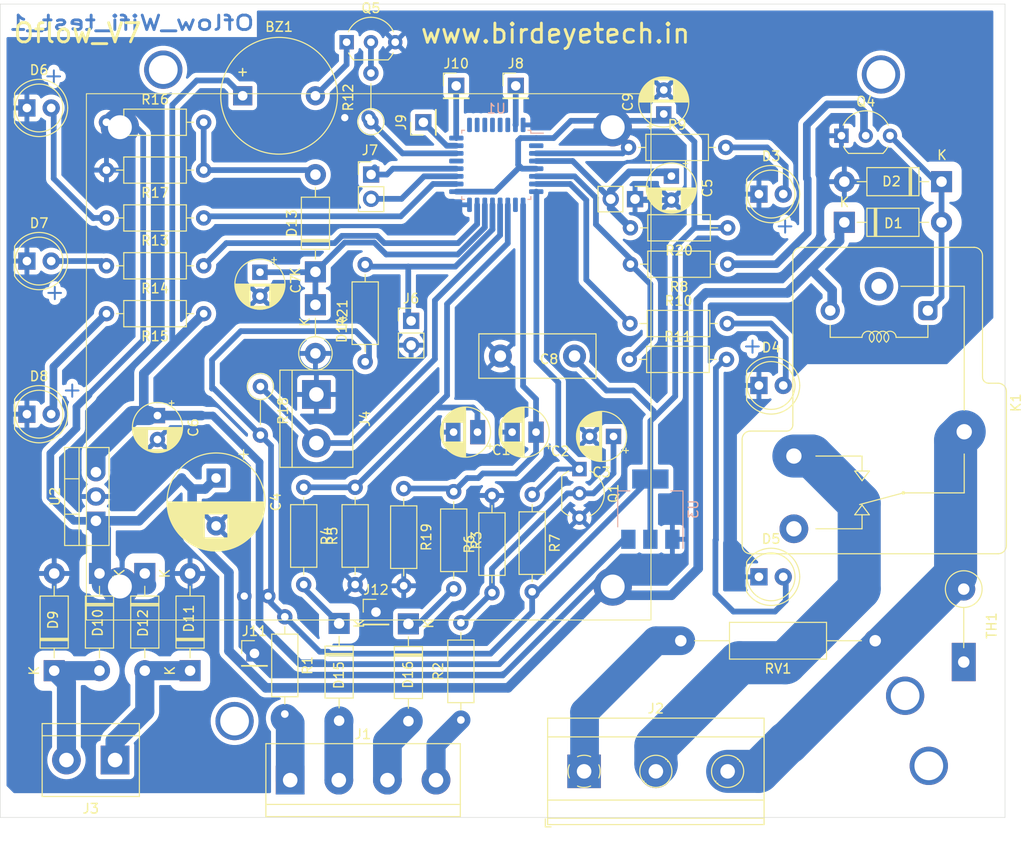
<source format=kicad_pcb>
(kicad_pcb (version 20221018) (generator pcbnew)
  (layers (0 "F.Cu" signal) (31 "B.Cu" signal) (34 "B.Paste" user) (35 "F.Paste" user) (36 "B.SilkS" user "B.Silkscreen") (37 "F.SilkS" user "F.Silkscreen") (38 "B.Mask" user) (39 "F.Mask" user) (44 "Edge.Cuts" user))
  (net 0 "")
  (net 1 "GND")
  (net 2 "+12V")
  (net 3 "L")
  (net 5 "Net-(BZ1-+)")
  (net 6 "Net-(Q1-B)")
  (net 7 "rst")
  (net 8 "Net-(D1-A)")
  (net 9 "Net-(D10-A)")
  (net 10 "Net-(D11-K)")
  (net 11 "Net-(D13-A)")
  (net 12 "N")
  (net 13 "+5V")
  (net 14 "Net-(D15-K)")
  (net 15 "Net-(D15-A)")
  (net 17 "+3V3")
  (net 18 "G14")
  (net 19 "G15")
  (net 20 "G2")
  (net 21 "G0")
  (net 22 "G4")
  (net 23 "G5")
  (net 24 "rx")
  (net 25 "tx")
  (net 26 "Net-(D16-K)")
  (net 27 "G32")
  (net 28 "G22")
  (net 29 "G17")
  (net 30 "G33")
  (net 31 "G27")
  (net 32 "G25")
  (net 33 "Net-(D16-A)")
  (net 34 "Net-(J1-Pin_1)")
  (net 35 "Net-(J1-Pin_4)")
  (net 36 "Net-(J2-Pin_2)")
  (net 37 "Net-(Q4-B)")
  (net 38 "Net-(D3-A)")
  (net 39 "Net-(D4-A)")
  (net 40 "Net-(D5-A)")
  (net 41 "Net-(Q5-B)")
  (net 42 "Net-(D6-A)")
  (net 43 "Net-(D7-A)")
  (net 45 "Net-(J9-Pin_1)")
  (net 46 "Net-(J10-Pin_1)")
  (net 47 "Net-(J8-Pin_1)")
  (net 56 "Net-(D8-A)")
  (footprint "Capacitor_THT:CP_Radial_D5.0mm_P2.50mm" (layer "F.Cu") (at 93.055113 86.35 180)
    (fp_text reference "C2")
    (fp_text value "10uF")
  )
  (footprint "Package_TO_SOT_THT:TO-92_Inline_Wide" (layer "F.Cu") (at 73.26 45.6)
    (fp_text reference "Q5")
    (fp_text value "BC547")
  )
  (footprint "TerminalBlock:TerminalBlock_bornier-4_P5.08mm" (layer "F.Cu") (at 67.3616 122.71724)
    (fp_text reference "J1")
    (fp_text value "Conn_01x04")
  )
  (footprint "Capacitor_THT:CP_Radial_D10.0mm_P5.00mm" (layer "F.Cu") (at 59.61634 91.1479 -90)
    (fp_text reference "C4")
    (fp_text value "1000uF")
  )
  (footprint "Capacitor_THT:CP_Radial_D5.0mm_P2.50mm" (layer "F.Cu") (at 53.4924 84.6201 -90)
    (fp_text reference "C6")
    (fp_text value "0.1uF")
  )
  (footprint "Diode_THT:D_DO-41_SOD81_P10.16mm_Horizontal" (layer "F.Cu") (at 42.7 111.28 90)
    (fp_text reference "D9")
    (fp_text value "1N4007")
  )
  (footprint "Diode_THT:D_DO-41_SOD81_P10.16mm_Horizontal" (layer "F.Cu") (at 47.433333 101.12 -90)
    (fp_text reference "D10")
    (fp_text value "1N4007")
  )
  (footprint "Diode_THT:D_DO-41_SOD81_P10.16mm_Horizontal" (layer "F.Cu") (at 56.9 111.28 90)
    (fp_text reference "D11")
    (fp_text value "1N4007")
  )
  (footprint "Diode_THT:D_DO-41_SOD81_P10.16mm_Horizontal" (layer "F.Cu") (at 52.166666 101.12 -90)
    (fp_text reference "D12")
    (fp_text value "1N4007")
  )
  (footprint "TerminalBlock:TerminalBlock_bornier-2_P5.08mm" (layer "F.Cu") (at 49.0616 120.61724 180)
    (fp_text reference "J3")
    (fp_text value "Conn_01x02")
  )
  (footprint "Package_TO_SOT_THT:TO-220-3_Vertical" (layer "F.Cu") (at 47.0616 95.61724 90)
    (fp_text reference "U2")
    (fp_text value "L7805")
  )
  (footprint "TerminalBlock:TerminalBlock_bornier-2_P5.08mm" (layer "F.Cu") (at 70.1 82.41 -90)
    (fp_text reference "J4")
    (fp_text value "Conn_01x02")
  )
  (footprint "TerminalBlock_MetzConnect:TerminalBlock_MetzConnect_Type175_RT02703HBLC_1x03_P7.50mm_Horizontal" (layer "F.Cu") (at 98.075 121.8)
    (fp_text reference "J2")
    (fp_text value "Conn_01x03")
  )
  (footprint "Buzzer_Beeper:Buzzer_12x9.5RM7.6" (layer "F.Cu") (at 62.4 51.2)
    (fp_text reference "BZ1")
    (fp_text value "Buzzer 5V")
  )
  (footprint "LED_THT:LED_D5.0mm_Clear" (layer "F.Cu") (at 116.34862 61.47424)
    (fp_text reference "D3")
    (fp_text value "LED_RED")
  )
  (footprint "LED_THT:LED_D5.0mm_Clear" (layer "F.Cu") (at 116.34862 81.47424)
    (fp_text reference "D4")
    (fp_text value "LED_RED")
  )
  (footprint "LED_THT:LED_D5.0mm_Clear" (layer "F.Cu") (at 116.34862 101.47424)
    (fp_text reference "D5")
    (fp_text value "LED")
  )
  (footprint "LED_THT:LED_D5.0mm_Clear" (layer "F.Cu") (at 39.84862 52.47424)
    (fp_text reference "D6")
    (fp_text value "LED")
  )
  (footprint "LED_THT:LED_D5.0mm_Clear" (layer "F.Cu") (at 39.84862 68.47424)
    (fp_text reference "D7")
    (fp_text value "LED")
  )
  (footprint "LED_THT:LED_D5.0mm_Clear" (layer "F.Cu") (at 39.84862 84.47424)
    (fp_text reference "D8")
    (fp_text value "LED")
  )
  (footprint "Resistor_THT:R_Axial_DIN0207_L6.3mm_D2.5mm_P10.16mm_Horizontal" (layer "F.Cu") (at 102.72 56.6)
    (fp_text reference "R9")
    (fp_text value "330R")
  )
  (footprint "Resistor_THT:R_Axial_DIN0207_L6.3mm_D2.5mm_P10.16mm_Horizontal" (layer "F.Cu") (at 102.87 75)
    (fp_text reference "R10")
    (fp_text value "330R")
  )
  (footprint "Resistor_THT:R_Axial_DIN0207_L6.3mm_D2.5mm_P10.16mm_Horizontal" (layer "F.Cu") (at 58.3216 63.96724 180)
    (fp_text reference "R13")
    (fp_text value "330R")
  )
  (footprint "Resistor_THT:R_Axial_DIN0207_L6.3mm_D2.5mm_P10.16mm_Horizontal" (layer "F.Cu") (at 58.3216 68.96724 180)
    (fp_text reference "R14")
    (fp_text value "330R")
  )
  (footprint "Resistor_THT:R_Axial_DIN0207_L6.3mm_D2.5mm_P10.16mm_Horizontal" (layer "F.Cu") (at 58.3216 73.96724 180)
    (fp_text reference "R15")
    (fp_text value "330R")
  )
  (footprint "Capacitor_THT:CP_Radial_D5.0mm_P2.50mm" (layer "F.Cu") (at 64.2 69.639774 -90)
    (fp_text reference "C7")
    (fp_text value "10uF")
  )
  (footprint "Diode_THT:D_DO-41_SOD81_P10.16mm_Horizontal" (layer "F.Cu") (at 70 69.6 90)
    (fp_text reference "D13")
    (fp_text value "1N4007")
  )
  (footprint "Diode_THT:D_DO-41_SOD81_P5.08mm_Vertical_KathodeUp" (layer "F.Cu") (at 70 73.042183 -90)
    (fp_text reference "D14")
    (fp_text value "D_Zener")
  )
  (footprint "Resistor_THT:R_Axial_DIN0207_L6.3mm_D2.5mm_P10.16mm_Horizontal" (layer "F.Cu") (at 48.1616 53.96724)
    (fp_text reference "R16")
    (fp_text value "330R")
  )
  (footprint "Resistor_THT:R_Axial_DIN0207_L6.3mm_D2.5mm_P10.16mm_Horizontal" (layer "F.Cu") (at 58.3216 58.96724 180)
    (fp_text reference "R17")
    (fp_text value "330R")
  )
  (footprint "Capacitor_THT:C_Disc_D12.0mm_W4.4mm_P7.75mm" (layer "F.Cu") (at 97.075 78.4 180)
    (fp_text reference "C8")
    (fp_text value "104")
  )
  (footprint "Resistor_THT:R_Axial_DIN0207_L6.3mm_D2.5mm_P5.08mm_Vertical" (layer "F.Cu") (at 64.25 81.585 -90)
    (fp_text reference "R18")
    (fp_text value "10k")
  )
  (footprint "Diode_THT:D_DO-41_SOD81_P10.16mm_Horizontal" (layer "F.Cu") (at 125.27 64.425)
    (fp_text reference "D1")
    (fp_text value "1N4007")
  )
  (footprint "Diode_THT:D_DO-41_SOD81_P10.16mm_Horizontal" (layer "F.Cu") (at 135.43 60.175 180)
    (fp_text reference "D2")
    (fp_text value "1N4007")
  )
  (footprint "Relay_THT:Relay_SPDT_RAYEX-L90" (layer "F.Cu") (at 128.9 71.11 -90)
    (fp_text reference "K1")
    (fp_text value "RAYEX-L90")
  )
  (footprint "Resistor_THT:R_Axial_DIN0207_L6.3mm_D2.5mm_P10.16mm_Horizontal" (layer "F.Cu") (at 88.45 103.13 90)
    (fp_text reference "R6")
    (fp_text value "330K")
  )
  (footprint "Resistor_THT:R_Axial_DIN0207_L6.3mm_D2.5mm_P10.16mm_Horizontal" (layer "F.Cu") (at 79.225 92.245 -90)
    (fp_text reference "R19")
    (fp_text value "10K")
  )
  (footprint "Capacitor_THT:CP_Radial_D5.0mm_P2.50mm" (layer "F.Cu") (at 86.935226 86.35 180)
    (fp_text reference "C1")
    (fp_text value "10uF")
  )
  (footprint "Resistor_THT:R_Axial_DIN0207_L6.3mm_D2.5mm_P10.16mm_Horizontal" (layer "F.Cu") (at 102.8 78.75)
    (fp_text reference "R11")
    (fp_text value "330R")
  )
  (footprint "Resistor_THT:R_Axial_DIN0207_L6.3mm_D2.5mm_P10.16mm_Horizontal" (layer "F.Cu") (at 113.08 68.8 180)
    (fp_text reference "R8")
    (fp_text value "10k")
  )
  (footprint "Diode_THT:D_DO-41_SOD81_P10.16mm_Horizontal" (layer "F.Cu") (at 79.71611 106.39 -90)
    (fp_text reference "D16")
    (fp_text value "1N4007")
  )
  (footprint "Resistor_THT:R_Axial_DIN0207_L6.3mm_D2.5mm_P10.16mm_Horizontal" (layer "F.Cu") (at 92.65 92.87 -90)
    (fp_text reference "R7")
    (fp_text value "10k")
  )
  (footprint "Connector_PinHeader_2.54mm:PinHeader_1x02_P2.54mm_Vertical" (layer "F.Cu") (at 103.4 62 -90)
    (fp_text reference "J5")
    (fp_text value "Conn_01x02")
  )
  (footprint "Resistor_THT:R_Axial_DIN0207_L6.3mm_D2.5mm_P10.16mm_Horizontal" (layer "F.Cu") (at 66.8 105.65 -90)
    (fp_text reference "R1")
    (fp_text value "330R")
  )
  (footprint "Capacitor_THT:CP_Radial_D5.0mm_P2.50mm" (layer "F.Cu") (at 107.2 59.594888 -90)
    (fp_text reference "C5")
    (fp_text value "C")
  )
  (footprint "Resistor_THT:R_Axial_DIN0207_L6.3mm_D2.5mm_P10.16mm_Horizontal" (layer "F.Cu") (at 68.775 92.12 -90)
    (fp_text reference "R4")
    (fp_text value "330R")
  )
  (footprint "Resistor_THT:R_Axial_DIN0207_L6.3mm_D2.5mm_P10.16mm_Horizontal" (layer "F.Cu") (at 113.08 65 180)
    (fp_text reference "R20")
    (fp_text value "R")
  )
  (footprint "Connector_PinHeader_2.54mm:PinHeader_1x02_P2.54mm_Vertical" (layer "F.Cu") (at 75.819 59.431)
    (fp_text reference "J7")
    (fp_text value "Conn_01x02")
  )
  (footprint "Connector_PinHeader_2.54mm:PinHeader_1x01_P2.54mm_Vertical" (layer "F.Cu") (at 81.28 53.975 90)
    (fp_text reference "J9")
    (fp_text value "Conn_01x01_Pin")
  )
  (footprint "Mylib:a7670c gsm" (layer "F.Cu") (at 49.565 102.486)
    (fp_text reference "U4")
    (fp_text value "~")
  )
  (footprint "Connector_PinHeader_2.54mm:PinHeader_1x02_P2.54mm_Vertical" (layer "F.Cu") (at 80 74.725)
    (fp_text reference "J6")
    (fp_text value "Conn_01x02")
  )
  (footprint "Resistor_THT:R_Axial_DIN0411_L9.9mm_D3.6mm_P7.62mm_Vertical" (layer "F.Cu") (at 137.75 102.755 -90)
    (fp_text reference "TH1")
    (fp_text value "Thermistor_NTC")
  )
  (footprint "Capacitor_THT:CP_Radial_D5.0mm_P2.50mm" (layer "F.Cu") (at 106.4 53.1 90)
    (fp_text reference "C9")
    (fp_text value "C")
  )
  (footprint "Resistor_THT:R_Axial_DIN0207_L6.3mm_D2.5mm_P10.16mm_Horizontal" (layer "F.Cu") (at 85.2 116.43 90)
    (fp_text reference "R2")
    (fp_text value "330R")
  )
  (footprint "Diode_THT:D_DO-41_SOD81_P10.16mm_Horizontal" (layer "F.Cu") (at 72.475 106.345 -90)
    (fp_text reference "D15")
    (fp_text value "1N4007")
  )
  (footprint "Resistor_THT:R_Axial_DIN0207_L6.3mm_D2.5mm_P10.16mm_Horizontal" (layer "F.Cu") (at 74.15 102.28 90)
    (fp_text reference "R5")
    (fp_text value "10K")
  )
  (footprint "Connector_PinHeader_2.54mm:PinHeader_1x01_P2.54mm_Vertical" (layer "F.Cu") (at 90.932 50.165)
    (fp_text reference "J8")
    (fp_text value "Conn_01x01_Pin")
  )
  (footprint "Connector_PinHeader_2.54mm:PinHeader_1x01_P2.54mm_Vertical" (layer "F.Cu") (at 63.627 109.474)
    (fp_text reference "J11")
    (fp_text value "Conn_01x01_Pin")
  )
  (footprint "Resistor_THT:R_Axial_DIN0207_L6.3mm_D2.5mm_P10.16mm_Horizontal" (layer "F.Cu") (at 75.2 79 90)
    (fp_text reference "R21")
    (fp_text value "R")
  )
  (footprint "Capacitor_THT:CP_Radial_D5.0mm_P2.50mm" (layer "F.Cu") (at 101.15 86.8 180)
    (fp_text reference "C3")
    (fp_text value "10uF")
  )
  (footprint "Resistor_THT:R_Axial_DIN0207_L6.3mm_D2.5mm_P10.16mm_Horizontal" (layer "F.Cu") (at 84.45 92.57 -90)
    (fp_text reference "R3")
    (fp_text value "330R")
  )
  (footprint "Resistor_THT:R_Axial_DIN0411_L9.9mm_D3.6mm_P20.32mm_Horizontal" (layer "F.Cu") (at 128.5 108.15 180)
    (fp_text reference "RV1")
    (fp_text value "Varistor")
  )
  (footprint "Connector_PinHeader_2.54mm:PinHeader_1x01_P2.54mm_Vertical" (layer "F.Cu") (at 76.327 105.156)
    (fp_text reference "J12")
    (fp_text value "Conn_01x01_Pin")
  )
  (footprint "Package_TO_SOT_THT:TO-92_Inline_Wide" (layer "F.Cu") (at 97.59 90.21 -90)
    (fp_text reference "Q1")
    (fp_text value "BC547")
  )
  (footprint "Resistor_THT:R_Axial_DIN0207_L6.3mm_D2.5mm_P5.08mm_Vertical" (layer "F.Cu") (at 75.8 53.915 90)
    (fp_text reference "R12")
    (fp_text value "10K")
  )
  (footprint "Package_TO_SOT_THT:TO-92_Inline_Wide" (layer "F.Cu") (at 124.968 55.372)
    (fp_text reference "Q4")
    (fp_text value "2N2219")
  )
  (footprint "Connector_PinHeader_2.54mm:PinHeader_1x01_P2.54mm_Vertical" (layer "F.Cu") (at 84.709 50.165)
    (fp_text reference "J10")
    (fp_text value "Conn_01x01_Pin")
  )
  (footprint "Package_QFP:LQFP-32_7x7mm_P0.8mm" (layer "B.Cu") (at 88.9 58.42 180)
    (fp_text reference "U1")
    (fp_text value "STM32F030K6Tx")
  )
  (footprint "Package_TO_SOT_SMD:SOT-223-3_TabPin2" (layer "B.Cu") (at 105 94.4 90)
    (fp_text reference "U3")
    (fp_text value "LM1117-3.3")
  )
  (gr_line (start 115.675 76.775) (end 115.675 78.05) (stroke (width 0.2)) (layer "B.Cu"))
  (gr_line (start 43.9125 82) (end 45.2375 82) (stroke (width 0.2)) (layer "B.Cu"))
  (gr_line (start 115 77.4) (end 116.325 77.4) (stroke (width 0.2)) (layer "B.Cu"))
  (gr_line (start 119.0875 64.225) (end 119.0875 65.5) (stroke (width 0.2)) (layer "B.Cu"))
  (gr_line (start 118.4125 64.85) (end 119.7375 64.85) (stroke (width 0.2)) (layer "B.Cu"))
  (gr_line (start 42.7625 71.175) (end 42.7625 72.45) (stroke (width 0.2)) (layer "B.Cu"))
  (gr_line (start 42.6625 48.55) (end 42.6625 49.825) (stroke (width 0.2)) (layer "B.Cu"))
  (gr_line (start 44.5875 81.375) (end 44.5875 82.65) (stroke (width 0.2)) (layer "B.Cu"))
  (gr_line (start 42.0875 71.8) (end 43.4125 71.8) (stroke (width 0.2)) (layer "B.Cu"))
  (gr_line (start 41.9875 49.175) (end 43.3125 49.175) (stroke (width 0.2)) (layer "B.Cu"))
  (gr_line locked (start 142.0616 41.61724) (end 142.0616 126.61724) (stroke (width 0.05)) (layer "Edge.Cuts"))
  (gr_line (start 37.0616 41.61724) (end 142.0616 41.61724) (stroke (width 0.05)) (layer "Edge.Cuts"))
  (gr_line locked (start 37.0616 126.61724) (end 142.0616 126.61724) (stroke (width 0.05)) (layer "Edge.Cuts"))
  (gr_line locked (start 37.0616 126.61724) (end 37.0616 41.61724) (stroke (width 0.05)) (layer "Edge.Cuts"))
  (gr_text "Oflow_Wifi_test_1\n\n" (at 50.8 44.8) (layer "B.Cu") (effects (font (size 1.5 2) (thickness 0.3)) (justify mirror)))
  (gr_text "www.birdeyetech.in\n" (at 95.0866 44.69224) (layer "F.SilkS") (effects (font (size 2 2) (thickness 0.3))))
  (gr_text "Oflow_V7\n" (at 45.15 44.65) (layer "F.SilkS") (effects (font (size 2 2) (thickness 0.3))))
  (via locked (at 134.09862 121.22424) (size 4) (drill 3) (layers "F.Cu" "B.Cu") (net 0))
  (via locked (at 61.55098 116.54534) (size 4) (drill 3) (layers "F.Cu" "B.Cu") (net 0))
  (via locked (at 131.625 113.9) (size 4) (drill 3) (layers "F.Cu" "B.Cu") (net 0))
  (via (at 129.09862 48.97424) (size 4) (drill 3) (layers "F.Cu" "B.Cu") (net 0))
  (via (at 54.09862 48.47424) (size 4) (drill 3) (layers "F.Cu" "B.Cu") (net 0))
  (segment (start 103.494888 62.094888) (end 103.4 62) (width 0.6) (layer "B.Cu") (net 1))
  (segment (start 107.2 62.094888) (end 103.494888 62.094888) (width 0.6) (layer "B.Cu") (net 1))
  (segment (start 110 72.6) (end 110.8 71.8) (width 1) (layer "B.Cu") (net 2))
  (segment (start 57.116829 97.183232) (end 60.96 101.026403) (width 1) (layer "B.Cu") (net 2))
  (segment (start 42.3 88.57884) (end 43.50508 87.37376) (width 0.8) (layer "B.Cu") (net 2))
  (segment (start 42.3 93.15564) (end 42.3 88.57884) (width 0.8) (layer "B.Cu") (net 2))
  (segment (start 47.0616 95.61724) (end 44.7616 95.61724) (width 0.8) (layer "B.Cu") (net 2))
  (segment (start 52 55.2) (end 52 76.735887) (width 0.6) (layer "B.Cu") (net 2))
  (segment (start 44.7616 95.61724) (end 42.3 93.15564) (width 0.8) (layer "B.Cu") (net 2))
  (segment (start 52 76.735887) (end 46.29702 82.438867) (width 0.6) (layer "B.Cu") (net 2))
  (segment (start 45.025 83.710887) (end 46.29702 82.438867) (width 0.8) (layer "B.Cu") (net 2))
  (segment (start 51.5616 95.61724) (end 56.0366 91.14224) (width 1) (layer "B.Cu") (net 2))
  (segment (start 64.815 113.075) (end 90.125 113.075) (width 1) (layer "B.Cu") (net 2))
  (segment (start 47.0616 95.61724) (end 51.5616 95.61724) (width 1) (layer "B.Cu") (net 2))
  (segment (start 45.025 85.949872) (end 45.025 83.710887) (width 0.8) (layer "B.Cu") (net 2))
  (segment (start 55.9866 91.16724) (end 57.116829 92.297469) (width 1) (layer "B.Cu") (net 2))
  (segment (start 119.325 71.8) (end 121.8 69.325) (width 1) (layer "B.Cu") (net 2))
  (segment (start 57.116829 92.297469) (end 57.116829 97.183232) (width 1) (layer "B.Cu") (net 2))
  (segment (start 110 100.6) (end 110 72.6) (width 1) (layer "B.Cu") (net 2))
  (segment (start 107.2 103.4) (end 110 100.6) (width 1) (layer "B.Cu") (net 2))
  (segment (start 99.8 103.4) (end 107.2 103.4) (width 1) (layer "B.Cu") (net 2))
  (segment (start 58.466771 92.297469) (end 59.61634 91.1479) (width 1) (layer "B.Cu") (net 2))
  (segment (start 43.50508 87.37376) (end 43.601112 87.37376) (width 0.8) (layer "B.Cu") (net 2))
  (segment (start 90.125 113.075) (end 99.8 103.4) (width 1) (layer "B.Cu") (net 2))
  (segment (start 121.8 69.325) (end 124.77 66.355) (width 1) (layer "B.Cu") (net 2))
  (segment (start 124.000489 73.449511) (end 123.8 73.65) (width 1) (layer "B.Cu") (net 2))
  (segment (start 47.633333 96.548493) (end 47.0616 95.97676) (width 2) (layer "B.Cu") (net 2))
  (segment (start 124.77 66.355) (end 124.77 64.375) (width 1) (layer "B.Cu") (net 2))
  (segment (start 124.000489 71.525489) (end 124.000489 73.449511) (width 1) (layer "B.Cu") (net 2))
  (segment (start 60.96 101.026403) (end 60.96 109.22) (width 1) (layer "B.Cu") (net 2))
  (segment (start 47.633333 102.32) (end 52.366666 102.32) (width 2) (layer "B.Cu") (net 2))
  (segment (start 121.8 69.325) (end 124.000489 71.525489) (width 1) (layer "B.Cu") (net 2))
  (segment (start 60.96 109.22) (end 64.815 113.075) (width 1) (layer "B.Cu") (net 2))
  (segment (start 47.633333 102.32) (end 47.633333 96.548493) (width 2) (layer "B.Cu") (net 2))
  (segment (start 50.76724 53.96724) (end 52 55.2) (width 0.6) (layer "B.Cu") (net 2))
  (segment (start 48.1616 53.96724) (end 50.76724 53.96724) (width 0.6) (layer "B.Cu") (net 2))
  (segment (start 43.601112 87.37376) (end 45.025 85.949872) (width 0.8) (layer "B.Cu") (net 2))
  (segment (start 57.116829 92.297469) (end 58.466771 92.297469) (width 1) (layer "B.Cu") (net 2))
  (segment (start 110.8 71.8) (end 119.325 71.8) (width 1) (layer "B.Cu") (net 2))
  (segment locked (start 119.3875 118.8) (end 119.3 118.8) (width 4.5) (layer "B.Cu") (net 3))
  (segment locked (start 136.9 101.2875) (end 119.3875 118.8) (width 4.5) (layer "B.Cu") (net 3))
  (segment (start 137.8 86.31) (end 136.9 87.21) (width 4.5) (layer "B.Cu") (net 3))
  (segment locked (start 119.3 118.8) (end 116.3 121.8) (width 4.5) (layer "B.Cu") (net 3))
  (segment (start 136.9 87.21) (end 136.9 101.2875) (width 4.5) (layer "B.Cu") (net 3))
  (segment locked (start 116.3 121.8) (end 113.075 121.8) (width 4.5) (layer "B.Cu") (net 3))
  (segment (start 73.26 47.94) (end 70 51.2) (width 0.6) (layer "B.Cu") (net 5))
  (segment (start 73.26 45.6) (end 73.26 47.94) (width 0.6) (layer "B.Cu") (net 5))
  (segment (start 85.2 106.27) (end 85.31 106.27) (width 0.6) (layer "B.Cu") (net 6))
  (segment (start 101.15 90.65) (end 101.15 86.8) (width 0.6) (layer "B.Cu") (net 6))
  (segment (start 97.59 92.75) (end 99.05 92.75) (width 0.6) (layer "B.Cu") (net 6))
  (segment (start 88.45 103.13) (end 88.45 100.630978) (width 0.6) (layer "B.Cu") (net 6))
  (segment (start 88.45 100.630978) (end 96.330978 92.75) (width 0.6) (layer "B.Cu") (net 6))
  (segment (start 96.330978 92.75) (end 97.59 92.75) (width 0.6) (layer "B.Cu") (net 6))
  (segment (start 85.31 106.27) (end 88.45 103.13) (width 0.6) (layer "B.Cu") (net 6))
  (segment (start 99.05 92.75) (end 101.15 90.65) (width 0.6) (layer "B.Cu") (net 6))
  (segment (start 100.86 62) (end 100.86 62.94) (width 0.8) (layer "B.Cu") (net 7))
  (segment (start 100.86 61.14) (end 102.8 59.2) (width 0.8) (layer "B.Cu") (net 7))
  (segment (start 102.8 59.2) (end 106.805112 59.2) (width 0.8) (layer "B.Cu") (net 7))
  (segment (start 106.805112 59.2) (end 107.2 59.594888) (width 0.8) (layer "B.Cu") (net 7))
  (segment (start 100.86 62.94) (end 102.92 65) (width 0.8) (layer "B.Cu") (net 7))
  (segment (start 93.075 58.02) (end 96.88 58.02) (width 0.6) (layer "B.Cu") (net 7))
  (segment (start 100.86 62) (end 100.86 61.14) (width 0.8) (layer "B.Cu") (net 7))
  (segment (start 96.88 58.02) (end 100.86 62) (width 0.6) (layer "B.Cu") (net 7))
  (segment (start 130.048 55.372) (end 134.851 60.175) (width 0.6) (layer "B.Cu") (net 8))
  (segment (start 135.43 72.22) (end 134 73.65) (width 0.6) (layer "B.Cu") (net 8))
  (segment (start 134.851 60.175) (end 135.43 60.175) (width 0.6) (layer "B.Cu") (net 8))
  (segment (start 135.43 60.175) (end 135.43 64.425) (width 0.6) (layer "B.Cu") (net 8))
  (segment (start 135.43 64.425) (end 135.43 72.22) (width 0.6) (layer "B.Cu") (net 8))
  (segment locked (start 47.433333 111.28) (end 42.7 111.28) (width 2) (layer "B.Cu") (net 9))
  (segment locked (start 43.9816 112.5616) (end 42.7 111.28) (width 2) (layer "B.Cu") (net 9))
  (segment locked (start 43.9816 120.61724) (end 43.9816 112.5616) (width 2) (layer "B.Cu") (net 9))
  (segment locked (start 49.0616 118.6384) (end 52.166666 115.533334) (width 2) (layer "B.Cu") (net 10))
  (segment locked (start 49.0616 120.61724) (end 49.0616 118.6384) (width 2) (layer "B.Cu") (net 10))
  (segment locked (start 52.166666 111.28) (end 56.9 111.28) (width 2) (layer "B.Cu") (net 10))
  (segment locked (start 52.166666 115.533334) (end 52.166666 111.28) (width 2) (layer "B.Cu") (net 10))
  (segment (start 58.3216 58.96724) (end 69.52724 58.96724) (width 0.6) (layer "B.Cu") (net 11))
  (segment (start 58.3216 53.96724) (end 58.3216 58.96724) (width 0.6) (layer "B.Cu") (net 11))
  (segment (start 69.52724 58.96724) (end 70 59.44) (width 0.6) (layer "B.Cu") (net 11))
  (segment locked (start 98.125 121.05) (end 98.125 115.6) (width 3) (layer "B.Cu") (net 12))
  (segment locked (start 98.125 115.6) (end 105.575 108.15) (width 3) (layer "B.Cu") (net 12))
  (segment locked (start 105.575 108.15) (end 108.18 108.15) (width 3) (layer "B.Cu") (net 12))
  (segment (start 55.04442 77.24442) (end 58.3216 73.96724) (width 1) (layer "B.Cu") (net 13))
  (segment (start 58.11724 84.61724) (end 59.27724 84.61724) (width 0.8) (layer "B.Cu") (net 13))
  (segment (start 55.04442 52.15558) (end 55.04442 77.24442) (width 0.6) (layer "B.Cu") (net 13))
  (segment (start 89.2 110.6) (end 102.25 97.55) (width 0.6) (layer "B.Cu") (net 13))
  (segment (start 52.0616 80.22724) (end 55.04442 77.24442) (width 1) (layer "B.Cu") (net 13))
  (segment (start 70.925 110.6) (end 89.2 110.6) (width 0.6) (layer "B.Cu") (net 13))
  (segment (start 50.920798 84.61724) (end 52.5616 84.61724) (width 2) (layer "B.Cu") (net 13))
  (segment (start 68.35 110.5) (end 70.825 110.5) (width 0.8) (layer "B.Cu") (net 13))
  (segment (start 64.15952 89.49952) (end 64.15952 106.30952) (width 0.8) (layer "B.Cu") (net 13))
  (segment (start 47.0616 88.476438) (end 50.920798 84.61724) (width 2) (layer "B.Cu") (net 13))
  (segment (start 60.8 49.6) (end 57.6 49.6) (width 0.6) (layer "B.Cu") (net 13))
  (segment (start 47.0616 90.11724) (end 47.0616 88.476438) (width 2) (layer "B.Cu") (net 13))
  (segment (start 62.4 51.2) (end 60.8 49.6) (width 0.6) (layer "B.Cu") (net 13))
  (segment (start 70.825 110.5) (end 70.925 110.6) (width 0.6) (layer "B.Cu") (net 13))
  (segment (start 102.25 97.55) (end 102.7 97.55) (width 0.6) (layer "B.Cu") (net 13))
  (segment (start 64.15952 106.30952) (end 68.35 110.5) (width 0.8) (layer "B.Cu") (net 13))
  (segment (start 51.5616 84.61724) (end 58.11724 84.61724) (width 1) (layer "B.Cu") (net 13))
  (segment (start 52.0616 84.61724) (end 52.0616 80.22724) (width 1) (layer "B.Cu") (net 13))
  (segment (start 59.27724 84.61724) (end 64.15952 89.49952) (width 0.8) (layer "B.Cu") (net 13))
  (segment (start 57.6 49.6) (end 55.04442 52.15558) (width 0.6) (layer "B.Cu") (net 13))
  (segment (start 68.775 102.28) (end 68.775 102.645) (width 0.6) (layer "B.Cu") (net 14))
  (segment (start 68.775 102.645) (end 72.475 106.345) (width 0.6) (layer "B.Cu") (net 14))
  (segment locked (start 72.4416 116.5384) (end 72.475 116.505) (width 3) (layer "B.Cu") (net 15))
  (segment locked (start 72.4416 122.71724) (end 72.4416 116.5384) (width 3) (layer "B.Cu") (net 15))
  (segment (start 105.345 84.145) (end 105.345 84.855) (width 0.6) (layer "B.Cu") (net 17))
  (segment (start 62.2 75.8) (end 74.2 75.8) (width 0.6) (layer "B.Cu") (net 17))
  (segment (start 91.186 58.42) (end 91.3765 58.6105) (width 0.6) (layer "B.Cu") (net 17))
  (segment (start 107.6 67) (end 107.6 82.6) (width 0.6) (layer "B.Cu") (net 17))
  (segment (start 109.6 56) (end 109.6 65) (width 0.6) (layer "B.Cu") (net 17))
  (segment (start 105 91.25) (end 105 97.55) (width 0.6) (layer "B.Cu") (net 17))
  (segment (start 109.6 65) (end 107.6 67) (width 0.6) (layer "B.Cu") (net 17))
  (segment (start 74.2 75.8) (end 75.6 77.2) (width 0.6) (layer "B.Cu") (net 17))
  (segment (start 59.2 81.8) (end 59.2 78.8) (width 0.6) (layer "B.Cu") (net 17))
  (segment (start 103.2 82) (end 105.345 84.145) (width 0.6) (layer "B.Cu") (net 17))
  (segment (start 93.075 55.62) (end 91.446 55.62) (width 0.6) (layer "B.Cu") (net 17))
  (segment (start 96.7 53.815) (end 107.415 53.815) (width 0.6) (layer "B.Cu") (net 17))
  (segment (start 96.7 53.815) (end 94.895 55.62) (width 0.6) (layer "B.Cu") (net 17))
  (segment (start 92.65 103.03) (end 93.17 103.03) (width 0.6) (layer "B.Cu") (net 17))
  (segment (start 91.3765 58.6105) (end 91.586 58.82) (width 0.6) (layer "B.Cu") (net 17))
  (segment (start 97.075 78.66) (end 100.415 82) (width 0.6) (layer "B.Cu") (net 17))
  (segment (start 94.895 55.62) (end 93.075 55.62) (width 0.6) (layer "B.Cu") (net 17))
  (segment (start 70.45048 109.30048) (end 71.321857 109.30048) (width 0.6) (layer "B.Cu") (net 17))
  (segment (start 92.65 105.15) (end 92.65 103.03) (width 0.6) (layer "B.Cu") (net 17))
  (segment (start 107.6 82.6) (end 105.345 84.855) (width 0.6) (layer "B.Cu") (net 17))
  (segment (start 97.075 78.4) (end 97.075 78.66) (width 0.6) (layer "B.Cu") (net 17))
  (segment (start 91.446 55.62) (end 91.186 55.88) (width 0.6) (layer "B.Cu") (net 17))
  (segment (start 113.08 65) (end 109.6 65) (width 0.6) (layer "B.Cu") (net 17))
  (segment (start 91.586 58.82) (end 93.075 58.82) (width 0.6) (layer "B.Cu") (net 17))
  (segment (start 107.415 53.815) (end 109.6 56) (width 0.6) (layer "B.Cu") (net 17))
  (segment (start 64.25 86.665) (end 65.35904 87.77404) (width 0.6) (layer "B.Cu") (net 17))
  (segment (start 91.186 55.88) (end 91.186 58.42) (width 0.6) (layer "B.Cu") (net 17))
  (segment (start 66.8 105.65) (end 70.45048 109.30048) (width 0.6) (layer "B.Cu") (net 17))
  (segment (start 105.345 84.855) (end 105 85.2) (width 0.6) (layer "B.Cu") (net 17))
  (segment (start 88.29952 109.50048) (end 92.65 105.15) (width 0.6) (layer "B.Cu") (net 17))
  (segment (start 65.35904 104.20904) (end 66.8 105.65) (width 0.6) (layer "B.Cu") (net 17))
  (segment (start 88.767 61.22) (end 91.3765 58.6105) (width 0.6) (layer "B.Cu") (net 17))
  (segment (start 64.25 86.665) (end 59.385 81.8) (width 0.6) (layer "B.Cu") (net 17))
  (segment (start 100.415 82) (end 103.2 82) (width 0.6) (layer "B.Cu") (net 17))
  (segment (start 71.521857 109.50048) (end 88.29952 109.50048) (width 0.6) (layer "B.Cu") (net 17))
  (segment (start 59.2 78.8) (end 62.2 75.8) (width 0.6) (layer "B.Cu") (net 17))
  (segment (start 104.95 91.25) (end 105 91.25) (width 0.6) (layer "B.Cu") (net 17))
  (segment (start 75.6 77.2) (end 75.6 78.6) (width 0.6) (layer "B.Cu") (net 17))
  (segment (start 71.321857 109.30048) (end 71.521857 109.50048) (width 0.6) (layer "B.Cu") (net 17))
  (segment (start 105 85.2) (end 105 91.25) (width 0.6) (layer "B.Cu") (net 17))
  (segment (start 75.6 78.6) (end 75.2 79) (width 0.6) (layer "B.Cu") (net 17))
  (segment (start 59.385 81.8) (end 59.2 81.8) (width 0.6) (layer "B.Cu") (net 17))
  (segment (start 93.17 103.03) (end 104.95 91.25) (width 0.6) (layer "B.Cu") (net 17))
  (segment (start 65.35904 87.77404) (end 65.35904 104.20904) (width 0.6) (layer "B.Cu") (net 17))
  (segment (start 84.725 61.22) (end 88.767 61.22) (width 0.6) (layer "B.Cu") (net 17))
  (segment (start 87.017999 91.15) (end 87.49751 90.670489) (width 0.6) (layer "B.Cu") (net 18))
  (segment (start 91.7 62.595) (end 91.7 81.54) (width 0.6) (layer "B.Cu") (net 18))
  (segment (start 90.939511 90.670489) (end 93.055113 88.554887) (width 0.6) (layer "B.Cu") (net 18))
  (segment (start 87.49751 90.670489) (end 90.939511 90.670489) (width 0.6) (layer "B.Cu") (net 18))
  (segment (start 84.45 92.57) (end 85.87 91.15) (width 0.6) (layer "B.Cu") (net 18))
  (segment (start 91.7 81.54) (end 93.055113 82.895113) (width 0.6) (layer "B.Cu") (net 18))
  (segment (start 85.87 91.15) (end 87.017999 91.15) (width 0.6) (layer "B.Cu") (net 18))
  (segment (start 79.225 92.245) (end 84.125 92.245) (width 0.6) (layer "B.Cu") (net 18))
  (segment (start 93.055113 82.895113) (end 93.055113 86.35) (width 0.6) (layer "B.Cu") (net 18))
  (segment (start 93.055113 88.554887) (end 93.055113 86.35) (width 0.6) (layer "B.Cu") (net 18))
  (segment (start 84.125 92.245) (end 84.45 92.57) (width 0.6) (layer "B.Cu") (net 18))
  (segment (start 83.755 82.515) (end 83.755 72.963) (width 0.6) (layer "B.Cu") (net 19))
  (segment (start 86.935226 84.258978) (end 86.935226 86.35) (width 0.6) (layer "B.Cu") (net 19))
  (segment (start 86.456737 83.780489) (end 86.935226 84.258978) (width 0.6) (layer "B.Cu") (net 19))
  (segment (start 83.755 72.963) (end 90.1 66.618) (width 0.6) (layer "B.Cu") (net 19))
  (segment (start 74.15 92.12) (end 82.489511 83.780489) (width 0.6) (layer "B.Cu") (net 19))
  (segment (start 90.1 66.618) (end 90.1 62.595) (width 0.6) (layer "B.Cu") (net 19))
  (segment (start 82.489511 83.780489) (end 86.456737 83.780489) (width 0.6) (layer "B.Cu") (net 19))
  (segment (start 68.775 92.12) (end 74.15 92.12) (width 0.6) (layer "B.Cu") (net 19))
  (segment (start 82.489511 83.780489) (end 83.755 82.515) (width 0.6) (layer "B.Cu") (net 19))
  (segment (start 82.485 78.715) (end 82.485 72.582) (width 0.6) (layer "B.Cu") (net 20))
  (segment (start 70.1 87.49) (end 73.71 87.49) (width 0.6) (layer "B.Cu") (net 20))
  (segment (start 64.25 81.585) (end 70.1 87.435) (width 0.6) (layer "B.Cu") (net 20))
  (segment (start 73.71 87.49) (end 82.485 78.715) (width 0.6) (layer "B.Cu") (net 20))
  (segment (start 89.3 65.767) (end 89.3 62.595) (width 0.6) (layer "B.Cu") (net 20))
  (segment (start 82.485 72.582) (end 89.3 65.767) (width 0.6) (layer "B.Cu") (net 20))
  (segment (start 70.1 87.435) (end 70.1 87.49) (width 0.6) (layer "B.Cu") (net 20))
  (segment (start 79.7 69.055) (end 75.415 69.055) (width 0.6) (layer "B.Cu") (net 21))
  (segment (start 88.5 65.17) (end 88.5 62.595) (width 0.6) (layer "B.Cu") (net 21))
  (segment (start 84.615 69.055) (end 88.5 65.17) (width 0.6) (layer "B.Cu") (net 21))
  (segment (start 79.7 69.055) (end 79.7 74.425) (width 0.6) (layer "B.Cu") (net 21))
  (segment (start 75.415 69.055) (end 75.2 68.84) (width 0.6) (layer "B.Cu") (net 21))
  (segment (start 79.7 69.055) (end 84.615 69.055) (width 0.6) (layer "B.Cu") (net 21))
  (segment (start 79.7 74.425) (end 80 74.725) (width 0.6) (layer "B.Cu") (net 21))
  (segment (start 64.2 69.639774) (end 69.960226 69.639774) (width 0.6) (layer "B.Cu") (net 22))
  (segment (start 70 69.6) (end 73.059511 66.540489) (width 0.6) (layer "B.Cu") (net 22))
  (segment (start 77.397001 67.785) (end 84.869 67.785) (width 0.6) (layer "B.Cu") (net 22))
  (segment (start 69.960226 69.639774) (end 70 69.6) (width 0.6) (layer "B.Cu") (net 22))
  (segment (start 73.059511 66.540489) (end 76.15249 66.540489) (width 0.6) (layer "B.Cu") (net 22))
  (segment (start 70 73.042183) (end 70 69.6) (width 0.6) (layer "B.Cu") (net 22))
  (segment (start 76.15249 66.540489) (end 77.397001 67.785) (width 0.6) (layer "B.Cu") (net 22))
  (segment (start 87.7 64.954) (end 87.7 62.595) (width 0.6) (layer "B.Cu") (net 22))
  (segment (start 84.869 67.785) (end 87.7 64.954) (width 0.6) (layer "B.Cu") (net 22))
  (segment (start 78.915 63.8) (end 82.295 60.42) (width 0.6) (layer "B.Cu") (net 23))
  (segment (start 58.48884 63.8) (end 78.915 63.8) (width 0.6) (layer "B.Cu") (net 23))
  (segment (start 58.3216 63.96724) (end 58.48884 63.8) (width 0.6) (layer "B.Cu") (net 23))
  (segment (start 82.295 60.42) (end 84.725 60.42) (width 0.6) (layer "B.Cu") (net 23))
  (segment (start 78.086 58.82) (end 84.725 58.82) (width 0.6) (layer "B.Cu") (net 24))
  (segment (start 77.475 59.431) (end 78.086 58.82) (width 0.6) (layer "B.Cu") (net 24))
  (segment (start 75.819 59.431) (end 75.819 59.055) (width 0.6) (layer "B.Cu") (net 24))
  (segment (start 75.819 59.055) (end 76.2 58.674) (width 0.6) (layer "B.Cu") (net 24))
  (segment (start 75.819 59.431) (end 77.475 59.431) (width 0.6) (layer "B.Cu") (net 24))
  (segment (start 81.35 59.62) (end 84.725 59.62) (width 0.6) (layer "B.Cu") (net 25))
  (segment (start 78.999 61.971) (end 81.35 59.62) (width 0.6) (layer "B.Cu") (net 25))
  (segment (start 75.819 61.971) (end 78.999 61.971) (width 0.6) (layer "B.Cu") (net 25))
  (segment (start 79.71611 106.39) (end 80.79 106.39) (width 0.6) (layer "B.Cu") (net 26))
  (segment (start 80.79 106.39) (end 84.45 102.73) (width 0.6) (layer "B.Cu") (net 26))
  (segment (start 102.1 57.22) (end 102.72 56.6) (width 0.6) (layer "B.Cu") (net 27))
  (segment (start 93.075 57.22) (end 102.1 57.22) (width 0.6) (layer "B.Cu") (net 27))
  (segment (start 79.105 57.22) (end 75.8 53.915) (width 0.6) (layer "B.Cu") (net 28))
  (segment (start 84.725 57.22) (end 79.105 57.22) (width 0.6) (layer "B.Cu") (net 28))
  (segment (start 77.201951 66.6) (end 84.911 66.6) (width 0.6) (layer "B.Cu") (net 29))
  (segment (start 72.769562 65.840489) (end 76.44244 65.840489) (width 0.6) (layer "B.Cu") (net 29))
  (segment (start 58.3216 68.96724) (end 60.68884 66.6) (width 0.6) (layer "B.Cu") (net 29))
  (segment (start 72.01005 66.6) (end 72.769562 65.840489) (width 0.6) (layer "B.Cu") (net 29))
  (segment (start 86.9 64.611) (end 86.9 62.595) (width 0.6) (layer "B.Cu") (net 29))
  (segment (start 76.44244 65.840489) (end 77.201951 66.6) (width 0.6) (layer "B.Cu") (net 29))
  (segment (start 84.911 66.6) (end 86.9 64.611) (width 0.6) (layer "B.Cu") (net 29))
  (segment (start 60.68884 66.6) (end 72.01005 66.6) (width 0.6) (layer "B.Cu") (net 29))
  (segment (start 93.075 59.62) (end 97.085 59.62) (width 0.6) (layer "B.Cu") (net 30))
  (segment (start 105 70.88) (end 105 76.55) (width 0.6) (layer "B.Cu") (net 30))
  (segment (start 102.92 68.8) (end 105 70.88) (width 0.6) (layer "B.Cu") (net 30))
  (segment (start 99.314 64.643) (end 102.92 68.249) (width 0.6) (layer "B.Cu") (net 30))
  (segment (start 105 76.55) (end 102.8 78.75) (width 0.6) (layer "B.Cu") (net 30))
  (segment (start 97.085 59.62) (end 99.314 61.849) (width 0.6) (layer "B.Cu") (net 30))
  (segment (start 99.314 61.849) (end 99.314 64.643) (width 0.6) (layer "B.Cu") (net 30))
  (segment (start 102.92 68.249) (end 102.92 68.8) (width 0.6) (layer "B.Cu") (net 30))
  (segment (start 93.075 61.22) (end 93.091 61.236) (width 0.6) (layer "B.Cu") (net 31))
  (segment (start 95.29 90.21) (end 97.59 90.21) (width 0.5) (layer "B.Cu") (net 31))
  (segment (start 95.377 87.997) (end 97.59 90.21) (width 0.6) (layer "B.Cu") (net 31))
  (segment (start 93.091 61.236) (end 93.091 78.867) (width 0.6) (layer "B.Cu") (net 31))
  (segment (start 94.95 90.55) (end 95.29 90.21) (width 0.5) (layer "B.Cu") (net 31))
  (segment (start 93.091 78.867) (end 95.377 81.153) (width 0.6) (layer "B.Cu") (net 31))
  (segment (start 95.377 81.153) (end 95.377 87.997) (width 0.6) (layer "B.Cu") (net 31))
  (segment (start 94.95 90.57) (end 94.95 90.55) (width 0.5) (layer "B.Cu") (net 31))
  (segment (start 92.65 92.87) (end 94.95 90.57) (width 0.5) (layer "B.Cu") (net 31))
  (segment (start 98.305 62.103) (end 98.305 70.428) (width 0.6) (layer "B.Cu") (net 32))
  (segment (start 98.305 70.428) (end 102.877 75) (width 0.6) (layer "B.Cu") (net 32))
  (segment (start 96.622 60.42) (end 98.305 62.103) (width 0.6) (layer "B.Cu") (net 32))
  (segment (start 93.082 60.42) (end 96.622 60.42) (width 0.6) (layer "B.Cu") (net 32))
  (segment locked (start 77.5216 122.71724) (end 77.5216 118.74451) (width 3) (layer "B.Cu") (net 33))
  (segment locked (start 77.5216 118.74451) (end 79.71611 116.55) (width 3) (layer "B.Cu") (net 33))
  (segment locked (start 67.3616 116.7866) (end 66.825 116.25) (width 3) (layer "B.Cu") (net 34))
  (segment locked (start 67.3616 122.71724) (end 67.3616 116.7866) (width 3) (layer "B.Cu") (net 34))
  (segment (start 82.6016 119.0284) (end 85.2 116.43) (width 2) (layer "B.Cu") (net 35))
  (segment (start 82.6016 122.71724) (end 82.6016 119.0284) (width 2) (layer "B.Cu") (net 35))
  (segment (start 120 88.85) (end 121.875 88.85) (width 4.5) (layer "B.Cu") (net 36))
  (segment locked (start 105.575 119.175) (end 105.575 121) (width 4.5) (layer "B.Cu") (net 36))
  (segment locked (start 119.1 110.45) (end 114.3 110.45) (width 4.5) (layer "B.Cu") (net 36))
  (segment (start 121.875 88.85) (end 126.825 93.8) (width 4.5) (layer "B.Cu") (net 36))
  (segment locked (start 114.3 110.45) (end 105.575 119.175) (width 4.5) (layer "B.Cu") (net 36))
  (segment locked (start 126.825 102.725) (end 119.1 110.45) (width 4.5) (layer "B.Cu") (net 36))
  (segment (start 126.825 93.8) (end 126.825 102.725) (width 4.5) (layer "B.Cu") (net 36))
  (segment locked (start 105.575 121) (end 105.625 121.05) (width 4.5) (layer "B.Cu") (net 36))
  (segment (start 121.44814 59.921748) (end 121.35 59.823608) (width 0.8) (layer "B.Cu") (net 37))
  (segment (start 123.5 52.1) (end 126.5 52.1) (width 0.8) (layer "B.Cu") (net 37))
  (segment (start 121.35 54.25) (end 123.5 52.1) (width 0.8) (layer "B.Cu") (net 37))
  (segment (start 121.44814 65.50186) (end 121.44814 59.921748) (width 0.8) (layer "B.Cu") (net 37))
  (segment (start 126.5 52.1) (end 127.325 52.925) (width 0.8) (layer "B.Cu") (net 37))
  (segment (start 118.15 68.8) (end 121.44814 65.50186) (width 0.8) (layer "B.Cu") (net 37))
  (segment (start 121.35 59.823608) (end 121.35 54.25) (width 0.8) (layer "B.Cu") (net 37))
  (segment (start 127.325 52.925) (end 127.325 55.435) (width 0.8) (layer "B.Cu") (net 37))
  (segment (start 113.08 68.8) (end 118.15 68.8) (width 0.8) (layer "B.Cu") (net 37))
  (segment (start 119.14862 58.54862) (end 119.14862 61.47424) (width 0.6) (layer "B.Cu") (net 38))
  (segment (start 117.2 56.6) (end 119.14862 58.54862) (width 0.6) (layer "B.Cu") (net 38))
  (segment (start 112.88 56.6) (end 117.2 56.6) (width 0.6) (layer "B.Cu") (net 38))
  (segment (start 119.14862 76.54862) (end 119.14862 81.47424) (width 0.6) (layer "B.Cu") (net 39))
  (segment (start 117.6 75) (end 119.14862 76.54862) (width 0.6) (layer "B.Cu") (net 39))
  (segment (start 113.03 75) (end 117.6 75) (width 0.6) (layer "B.Cu") (net 39))
  (segment (start 118.025 105.1) (end 113.675 105.1) (width 0.6) (layer "B.Cu") (net 40))
  (segment (start 111.8 103.225) (end 111.8 97.647652) (width 0.6) (layer "B.Cu") (net 40))
  (segment (start 111.8 97.647652) (end 111.85 97.597651) (width 0.6) (layer "B.Cu") (net 40))
  (segment (start 119.14862 103.97638) (end 118.025 105.1) (width 0.6) (layer "B.Cu") (net 40))
  (segment (start 111.85 97.597651) (end 111.85 79.655) (width 0.6) (layer "B.Cu") (net 40))
  (segment (start 111.85 79.655) (end 113.005 78.5) (width 0.6) (layer "B.Cu") (net 40))
  (segment (start 113.675 105.1) (end 111.8 103.225) (width 0.6) (layer "B.Cu") (net 40))
  (segment (start 119.14862 101.47424) (end 119.14862 103.97638) (width 0.6) (layer "B.Cu") (net 40))
  (segment (start 75.8 45.6) (end 75.8 48.835) (width 0.6) (layer "B.Cu") (net 41))
  (segment (start 42.64862 59.84862) (end 46.8 64) (width 0.6) (layer "B.Cu") (net 42))
  (segment (start 42.64862 52.47424) (end 42.64862 59.84862) (width 0.6) (layer "B.Cu") (net 42))
  (segment (start 46.83276 63.96724) (end 48.1616 63.96724) (width 0.6) (layer "B.Cu") (net 42))
  (segment (start 46.8 64) (end 46.83276 63.96724) (width 0.6) (layer "B.Cu") (net 42))
  (segment (start 47.6686 68.47424) (end 48.1616 68.96724) (width 0.6) (layer "B.Cu") (net 43))
  (segment (start 42.64862 68.47424) (end 47.6686 68.47424) (width 0.6) (layer "B.Cu") (net 43))
  (segment (start 83.725 56.42) (end 84.725 56.42) (width 0.6) (layer "B.Cu") (net 45))
  (segment (start 81.28 53.975) (end 83.725 56.42) (width 0.6) (layer "B.Cu") (net 45))
  (segment (start 84.709 55.604) (end 84.725 55.62) (width 0.6) (layer "B.Cu") (net 46))
  (segment (start 84.709 50.165) (end 84.709 55.604) (width 0.6) (layer "B.Cu") (net 46))
  (segment (start 90.932 54.213) (end 90.9 54.245) (width 0.6) (layer "B.Cu") (net 47))
  (segment (start 90.932 50.165) (end 90.932 54.213) (width 0.6) (layer "B.Cu") (net 47))
  (segment (start 42.6212 79.50764) (end 48.1616 73.96724) (width 0.8) (layer "B.Cu") (net 56))
  (segment (start 42.64862 84.47424) (end 42.6212 84.44682) (width 0.8) (layer "B.Cu") (net 56))
  (segment (start 42.6212 84.44682) (end 42.6212 79.50764) (width 0.8) (layer "B.Cu") (net 56))
  (zone (net 1) (net_name "GND") (layer "B.Cu") (priority 1) (connect_pads (clearance 0.1)) (min_thickness 0.254) (fill yes (thermal_gap 0.508) (thermal_bridge_width 0.508) (smoothing chamfer))
    (polygon (pts (xy 140.843 42.291) (xy 140.843 74.422) (xy 136.017 79.248) (xy 121.412 79.248) (xy 114.046 86.614) (xy 114.046 97.663) (xy 116.967 100.584) (xy 119.126 100.584) (xy 119.761 101.219) (xy 119.761 102.997) (xy 103.886 102.997) (xy 103.632 102.743) (xy 101.092 102.743) (xy 88.646 115.189) (xy 88.646 124.079) (xy 38.481 124.079) (xy 37.719 123.317) (xy 37.719 42.291)))
  )
)
</source>
